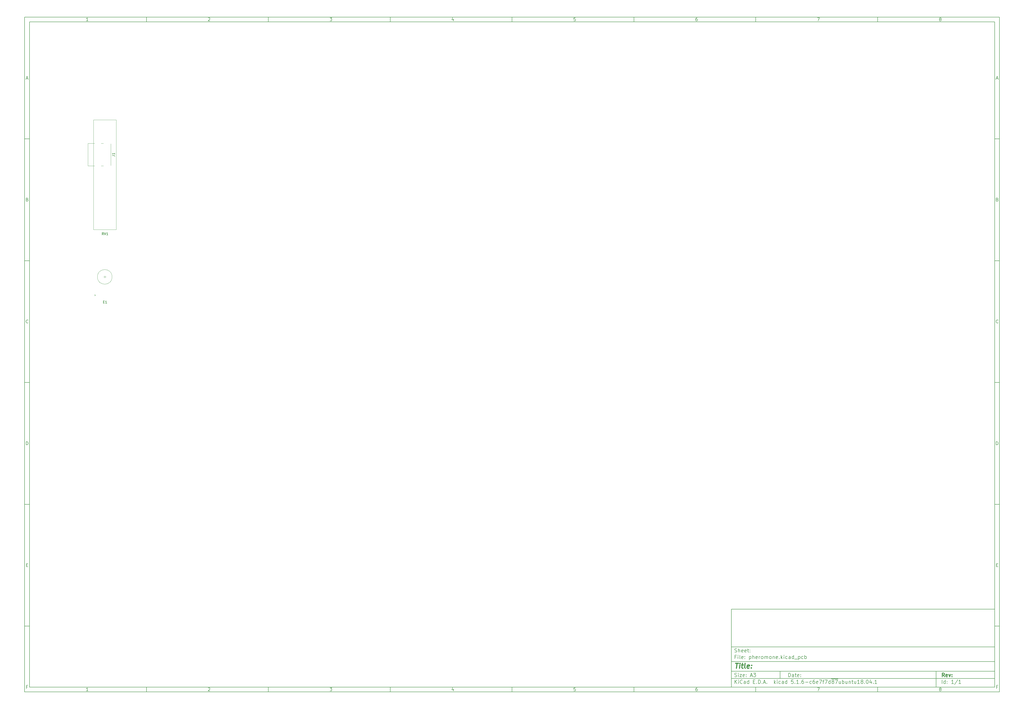
<source format=gto>
G04 #@! TF.GenerationSoftware,KiCad,Pcbnew,5.1.6-c6e7f7d~87~ubuntu18.04.1*
G04 #@! TF.CreationDate,2020-08-29T00:17:55+02:00*
G04 #@! TF.ProjectId,pheromone,70686572-6f6d-46f6-9e65-2e6b69636164,rev?*
G04 #@! TF.SameCoordinates,Original*
G04 #@! TF.FileFunction,Legend,Top*
G04 #@! TF.FilePolarity,Positive*
%FSLAX46Y46*%
G04 Gerber Fmt 4.6, Leading zero omitted, Abs format (unit mm)*
G04 Created by KiCad (PCBNEW 5.1.6-c6e7f7d~87~ubuntu18.04.1) date 2020-08-29 00:17:55*
%MOMM*%
%LPD*%
G01*
G04 APERTURE LIST*
%ADD10C,0.100000*%
%ADD11C,0.150000*%
%ADD12C,0.300000*%
%ADD13C,0.400000*%
%ADD14C,0.120000*%
G04 APERTURE END LIST*
D10*
D11*
X299989000Y-253002200D02*
X299989000Y-285002200D01*
X407989000Y-285002200D01*
X407989000Y-253002200D01*
X299989000Y-253002200D01*
D10*
D11*
X10000000Y-10000000D02*
X10000000Y-287002200D01*
X409989000Y-287002200D01*
X409989000Y-10000000D01*
X10000000Y-10000000D01*
D10*
D11*
X12000000Y-12000000D02*
X12000000Y-285002200D01*
X407989000Y-285002200D01*
X407989000Y-12000000D01*
X12000000Y-12000000D01*
D10*
D11*
X60000000Y-12000000D02*
X60000000Y-10000000D01*
D10*
D11*
X110000000Y-12000000D02*
X110000000Y-10000000D01*
D10*
D11*
X160000000Y-12000000D02*
X160000000Y-10000000D01*
D10*
D11*
X210000000Y-12000000D02*
X210000000Y-10000000D01*
D10*
D11*
X260000000Y-12000000D02*
X260000000Y-10000000D01*
D10*
D11*
X310000000Y-12000000D02*
X310000000Y-10000000D01*
D10*
D11*
X360000000Y-12000000D02*
X360000000Y-10000000D01*
D10*
D11*
X36065476Y-11588095D02*
X35322619Y-11588095D01*
X35694047Y-11588095D02*
X35694047Y-10288095D01*
X35570238Y-10473809D01*
X35446428Y-10597619D01*
X35322619Y-10659523D01*
D10*
D11*
X85322619Y-10411904D02*
X85384523Y-10350000D01*
X85508333Y-10288095D01*
X85817857Y-10288095D01*
X85941666Y-10350000D01*
X86003571Y-10411904D01*
X86065476Y-10535714D01*
X86065476Y-10659523D01*
X86003571Y-10845238D01*
X85260714Y-11588095D01*
X86065476Y-11588095D01*
D10*
D11*
X135260714Y-10288095D02*
X136065476Y-10288095D01*
X135632142Y-10783333D01*
X135817857Y-10783333D01*
X135941666Y-10845238D01*
X136003571Y-10907142D01*
X136065476Y-11030952D01*
X136065476Y-11340476D01*
X136003571Y-11464285D01*
X135941666Y-11526190D01*
X135817857Y-11588095D01*
X135446428Y-11588095D01*
X135322619Y-11526190D01*
X135260714Y-11464285D01*
D10*
D11*
X185941666Y-10721428D02*
X185941666Y-11588095D01*
X185632142Y-10226190D02*
X185322619Y-11154761D01*
X186127380Y-11154761D01*
D10*
D11*
X236003571Y-10288095D02*
X235384523Y-10288095D01*
X235322619Y-10907142D01*
X235384523Y-10845238D01*
X235508333Y-10783333D01*
X235817857Y-10783333D01*
X235941666Y-10845238D01*
X236003571Y-10907142D01*
X236065476Y-11030952D01*
X236065476Y-11340476D01*
X236003571Y-11464285D01*
X235941666Y-11526190D01*
X235817857Y-11588095D01*
X235508333Y-11588095D01*
X235384523Y-11526190D01*
X235322619Y-11464285D01*
D10*
D11*
X285941666Y-10288095D02*
X285694047Y-10288095D01*
X285570238Y-10350000D01*
X285508333Y-10411904D01*
X285384523Y-10597619D01*
X285322619Y-10845238D01*
X285322619Y-11340476D01*
X285384523Y-11464285D01*
X285446428Y-11526190D01*
X285570238Y-11588095D01*
X285817857Y-11588095D01*
X285941666Y-11526190D01*
X286003571Y-11464285D01*
X286065476Y-11340476D01*
X286065476Y-11030952D01*
X286003571Y-10907142D01*
X285941666Y-10845238D01*
X285817857Y-10783333D01*
X285570238Y-10783333D01*
X285446428Y-10845238D01*
X285384523Y-10907142D01*
X285322619Y-11030952D01*
D10*
D11*
X335260714Y-10288095D02*
X336127380Y-10288095D01*
X335570238Y-11588095D01*
D10*
D11*
X385570238Y-10845238D02*
X385446428Y-10783333D01*
X385384523Y-10721428D01*
X385322619Y-10597619D01*
X385322619Y-10535714D01*
X385384523Y-10411904D01*
X385446428Y-10350000D01*
X385570238Y-10288095D01*
X385817857Y-10288095D01*
X385941666Y-10350000D01*
X386003571Y-10411904D01*
X386065476Y-10535714D01*
X386065476Y-10597619D01*
X386003571Y-10721428D01*
X385941666Y-10783333D01*
X385817857Y-10845238D01*
X385570238Y-10845238D01*
X385446428Y-10907142D01*
X385384523Y-10969047D01*
X385322619Y-11092857D01*
X385322619Y-11340476D01*
X385384523Y-11464285D01*
X385446428Y-11526190D01*
X385570238Y-11588095D01*
X385817857Y-11588095D01*
X385941666Y-11526190D01*
X386003571Y-11464285D01*
X386065476Y-11340476D01*
X386065476Y-11092857D01*
X386003571Y-10969047D01*
X385941666Y-10907142D01*
X385817857Y-10845238D01*
D10*
D11*
X60000000Y-285002200D02*
X60000000Y-287002200D01*
D10*
D11*
X110000000Y-285002200D02*
X110000000Y-287002200D01*
D10*
D11*
X160000000Y-285002200D02*
X160000000Y-287002200D01*
D10*
D11*
X210000000Y-285002200D02*
X210000000Y-287002200D01*
D10*
D11*
X260000000Y-285002200D02*
X260000000Y-287002200D01*
D10*
D11*
X310000000Y-285002200D02*
X310000000Y-287002200D01*
D10*
D11*
X360000000Y-285002200D02*
X360000000Y-287002200D01*
D10*
D11*
X36065476Y-286590295D02*
X35322619Y-286590295D01*
X35694047Y-286590295D02*
X35694047Y-285290295D01*
X35570238Y-285476009D01*
X35446428Y-285599819D01*
X35322619Y-285661723D01*
D10*
D11*
X85322619Y-285414104D02*
X85384523Y-285352200D01*
X85508333Y-285290295D01*
X85817857Y-285290295D01*
X85941666Y-285352200D01*
X86003571Y-285414104D01*
X86065476Y-285537914D01*
X86065476Y-285661723D01*
X86003571Y-285847438D01*
X85260714Y-286590295D01*
X86065476Y-286590295D01*
D10*
D11*
X135260714Y-285290295D02*
X136065476Y-285290295D01*
X135632142Y-285785533D01*
X135817857Y-285785533D01*
X135941666Y-285847438D01*
X136003571Y-285909342D01*
X136065476Y-286033152D01*
X136065476Y-286342676D01*
X136003571Y-286466485D01*
X135941666Y-286528390D01*
X135817857Y-286590295D01*
X135446428Y-286590295D01*
X135322619Y-286528390D01*
X135260714Y-286466485D01*
D10*
D11*
X185941666Y-285723628D02*
X185941666Y-286590295D01*
X185632142Y-285228390D02*
X185322619Y-286156961D01*
X186127380Y-286156961D01*
D10*
D11*
X236003571Y-285290295D02*
X235384523Y-285290295D01*
X235322619Y-285909342D01*
X235384523Y-285847438D01*
X235508333Y-285785533D01*
X235817857Y-285785533D01*
X235941666Y-285847438D01*
X236003571Y-285909342D01*
X236065476Y-286033152D01*
X236065476Y-286342676D01*
X236003571Y-286466485D01*
X235941666Y-286528390D01*
X235817857Y-286590295D01*
X235508333Y-286590295D01*
X235384523Y-286528390D01*
X235322619Y-286466485D01*
D10*
D11*
X285941666Y-285290295D02*
X285694047Y-285290295D01*
X285570238Y-285352200D01*
X285508333Y-285414104D01*
X285384523Y-285599819D01*
X285322619Y-285847438D01*
X285322619Y-286342676D01*
X285384523Y-286466485D01*
X285446428Y-286528390D01*
X285570238Y-286590295D01*
X285817857Y-286590295D01*
X285941666Y-286528390D01*
X286003571Y-286466485D01*
X286065476Y-286342676D01*
X286065476Y-286033152D01*
X286003571Y-285909342D01*
X285941666Y-285847438D01*
X285817857Y-285785533D01*
X285570238Y-285785533D01*
X285446428Y-285847438D01*
X285384523Y-285909342D01*
X285322619Y-286033152D01*
D10*
D11*
X335260714Y-285290295D02*
X336127380Y-285290295D01*
X335570238Y-286590295D01*
D10*
D11*
X385570238Y-285847438D02*
X385446428Y-285785533D01*
X385384523Y-285723628D01*
X385322619Y-285599819D01*
X385322619Y-285537914D01*
X385384523Y-285414104D01*
X385446428Y-285352200D01*
X385570238Y-285290295D01*
X385817857Y-285290295D01*
X385941666Y-285352200D01*
X386003571Y-285414104D01*
X386065476Y-285537914D01*
X386065476Y-285599819D01*
X386003571Y-285723628D01*
X385941666Y-285785533D01*
X385817857Y-285847438D01*
X385570238Y-285847438D01*
X385446428Y-285909342D01*
X385384523Y-285971247D01*
X385322619Y-286095057D01*
X385322619Y-286342676D01*
X385384523Y-286466485D01*
X385446428Y-286528390D01*
X385570238Y-286590295D01*
X385817857Y-286590295D01*
X385941666Y-286528390D01*
X386003571Y-286466485D01*
X386065476Y-286342676D01*
X386065476Y-286095057D01*
X386003571Y-285971247D01*
X385941666Y-285909342D01*
X385817857Y-285847438D01*
D10*
D11*
X10000000Y-60000000D02*
X12000000Y-60000000D01*
D10*
D11*
X10000000Y-110000000D02*
X12000000Y-110000000D01*
D10*
D11*
X10000000Y-160000000D02*
X12000000Y-160000000D01*
D10*
D11*
X10000000Y-210000000D02*
X12000000Y-210000000D01*
D10*
D11*
X10000000Y-260000000D02*
X12000000Y-260000000D01*
D10*
D11*
X10690476Y-35216666D02*
X11309523Y-35216666D01*
X10566666Y-35588095D02*
X11000000Y-34288095D01*
X11433333Y-35588095D01*
D10*
D11*
X11092857Y-84907142D02*
X11278571Y-84969047D01*
X11340476Y-85030952D01*
X11402380Y-85154761D01*
X11402380Y-85340476D01*
X11340476Y-85464285D01*
X11278571Y-85526190D01*
X11154761Y-85588095D01*
X10659523Y-85588095D01*
X10659523Y-84288095D01*
X11092857Y-84288095D01*
X11216666Y-84350000D01*
X11278571Y-84411904D01*
X11340476Y-84535714D01*
X11340476Y-84659523D01*
X11278571Y-84783333D01*
X11216666Y-84845238D01*
X11092857Y-84907142D01*
X10659523Y-84907142D01*
D10*
D11*
X11402380Y-135464285D02*
X11340476Y-135526190D01*
X11154761Y-135588095D01*
X11030952Y-135588095D01*
X10845238Y-135526190D01*
X10721428Y-135402380D01*
X10659523Y-135278571D01*
X10597619Y-135030952D01*
X10597619Y-134845238D01*
X10659523Y-134597619D01*
X10721428Y-134473809D01*
X10845238Y-134350000D01*
X11030952Y-134288095D01*
X11154761Y-134288095D01*
X11340476Y-134350000D01*
X11402380Y-134411904D01*
D10*
D11*
X10659523Y-185588095D02*
X10659523Y-184288095D01*
X10969047Y-184288095D01*
X11154761Y-184350000D01*
X11278571Y-184473809D01*
X11340476Y-184597619D01*
X11402380Y-184845238D01*
X11402380Y-185030952D01*
X11340476Y-185278571D01*
X11278571Y-185402380D01*
X11154761Y-185526190D01*
X10969047Y-185588095D01*
X10659523Y-185588095D01*
D10*
D11*
X10721428Y-234907142D02*
X11154761Y-234907142D01*
X11340476Y-235588095D02*
X10721428Y-235588095D01*
X10721428Y-234288095D01*
X11340476Y-234288095D01*
D10*
D11*
X11185714Y-284907142D02*
X10752380Y-284907142D01*
X10752380Y-285588095D02*
X10752380Y-284288095D01*
X11371428Y-284288095D01*
D10*
D11*
X409989000Y-60000000D02*
X407989000Y-60000000D01*
D10*
D11*
X409989000Y-110000000D02*
X407989000Y-110000000D01*
D10*
D11*
X409989000Y-160000000D02*
X407989000Y-160000000D01*
D10*
D11*
X409989000Y-210000000D02*
X407989000Y-210000000D01*
D10*
D11*
X409989000Y-260000000D02*
X407989000Y-260000000D01*
D10*
D11*
X408679476Y-35216666D02*
X409298523Y-35216666D01*
X408555666Y-35588095D02*
X408989000Y-34288095D01*
X409422333Y-35588095D01*
D10*
D11*
X409081857Y-84907142D02*
X409267571Y-84969047D01*
X409329476Y-85030952D01*
X409391380Y-85154761D01*
X409391380Y-85340476D01*
X409329476Y-85464285D01*
X409267571Y-85526190D01*
X409143761Y-85588095D01*
X408648523Y-85588095D01*
X408648523Y-84288095D01*
X409081857Y-84288095D01*
X409205666Y-84350000D01*
X409267571Y-84411904D01*
X409329476Y-84535714D01*
X409329476Y-84659523D01*
X409267571Y-84783333D01*
X409205666Y-84845238D01*
X409081857Y-84907142D01*
X408648523Y-84907142D01*
D10*
D11*
X409391380Y-135464285D02*
X409329476Y-135526190D01*
X409143761Y-135588095D01*
X409019952Y-135588095D01*
X408834238Y-135526190D01*
X408710428Y-135402380D01*
X408648523Y-135278571D01*
X408586619Y-135030952D01*
X408586619Y-134845238D01*
X408648523Y-134597619D01*
X408710428Y-134473809D01*
X408834238Y-134350000D01*
X409019952Y-134288095D01*
X409143761Y-134288095D01*
X409329476Y-134350000D01*
X409391380Y-134411904D01*
D10*
D11*
X408648523Y-185588095D02*
X408648523Y-184288095D01*
X408958047Y-184288095D01*
X409143761Y-184350000D01*
X409267571Y-184473809D01*
X409329476Y-184597619D01*
X409391380Y-184845238D01*
X409391380Y-185030952D01*
X409329476Y-185278571D01*
X409267571Y-185402380D01*
X409143761Y-185526190D01*
X408958047Y-185588095D01*
X408648523Y-185588095D01*
D10*
D11*
X408710428Y-234907142D02*
X409143761Y-234907142D01*
X409329476Y-235588095D02*
X408710428Y-235588095D01*
X408710428Y-234288095D01*
X409329476Y-234288095D01*
D10*
D11*
X409174714Y-284907142D02*
X408741380Y-284907142D01*
X408741380Y-285588095D02*
X408741380Y-284288095D01*
X409360428Y-284288095D01*
D10*
D11*
X323421142Y-280780771D02*
X323421142Y-279280771D01*
X323778285Y-279280771D01*
X323992571Y-279352200D01*
X324135428Y-279495057D01*
X324206857Y-279637914D01*
X324278285Y-279923628D01*
X324278285Y-280137914D01*
X324206857Y-280423628D01*
X324135428Y-280566485D01*
X323992571Y-280709342D01*
X323778285Y-280780771D01*
X323421142Y-280780771D01*
X325564000Y-280780771D02*
X325564000Y-279995057D01*
X325492571Y-279852200D01*
X325349714Y-279780771D01*
X325064000Y-279780771D01*
X324921142Y-279852200D01*
X325564000Y-280709342D02*
X325421142Y-280780771D01*
X325064000Y-280780771D01*
X324921142Y-280709342D01*
X324849714Y-280566485D01*
X324849714Y-280423628D01*
X324921142Y-280280771D01*
X325064000Y-280209342D01*
X325421142Y-280209342D01*
X325564000Y-280137914D01*
X326064000Y-279780771D02*
X326635428Y-279780771D01*
X326278285Y-279280771D02*
X326278285Y-280566485D01*
X326349714Y-280709342D01*
X326492571Y-280780771D01*
X326635428Y-280780771D01*
X327706857Y-280709342D02*
X327564000Y-280780771D01*
X327278285Y-280780771D01*
X327135428Y-280709342D01*
X327064000Y-280566485D01*
X327064000Y-279995057D01*
X327135428Y-279852200D01*
X327278285Y-279780771D01*
X327564000Y-279780771D01*
X327706857Y-279852200D01*
X327778285Y-279995057D01*
X327778285Y-280137914D01*
X327064000Y-280280771D01*
X328421142Y-280637914D02*
X328492571Y-280709342D01*
X328421142Y-280780771D01*
X328349714Y-280709342D01*
X328421142Y-280637914D01*
X328421142Y-280780771D01*
X328421142Y-279852200D02*
X328492571Y-279923628D01*
X328421142Y-279995057D01*
X328349714Y-279923628D01*
X328421142Y-279852200D01*
X328421142Y-279995057D01*
D10*
D11*
X299989000Y-281502200D02*
X407989000Y-281502200D01*
D10*
D11*
X301421142Y-283580771D02*
X301421142Y-282080771D01*
X302278285Y-283580771D02*
X301635428Y-282723628D01*
X302278285Y-282080771D02*
X301421142Y-282937914D01*
X302921142Y-283580771D02*
X302921142Y-282580771D01*
X302921142Y-282080771D02*
X302849714Y-282152200D01*
X302921142Y-282223628D01*
X302992571Y-282152200D01*
X302921142Y-282080771D01*
X302921142Y-282223628D01*
X304492571Y-283437914D02*
X304421142Y-283509342D01*
X304206857Y-283580771D01*
X304064000Y-283580771D01*
X303849714Y-283509342D01*
X303706857Y-283366485D01*
X303635428Y-283223628D01*
X303564000Y-282937914D01*
X303564000Y-282723628D01*
X303635428Y-282437914D01*
X303706857Y-282295057D01*
X303849714Y-282152200D01*
X304064000Y-282080771D01*
X304206857Y-282080771D01*
X304421142Y-282152200D01*
X304492571Y-282223628D01*
X305778285Y-283580771D02*
X305778285Y-282795057D01*
X305706857Y-282652200D01*
X305564000Y-282580771D01*
X305278285Y-282580771D01*
X305135428Y-282652200D01*
X305778285Y-283509342D02*
X305635428Y-283580771D01*
X305278285Y-283580771D01*
X305135428Y-283509342D01*
X305064000Y-283366485D01*
X305064000Y-283223628D01*
X305135428Y-283080771D01*
X305278285Y-283009342D01*
X305635428Y-283009342D01*
X305778285Y-282937914D01*
X307135428Y-283580771D02*
X307135428Y-282080771D01*
X307135428Y-283509342D02*
X306992571Y-283580771D01*
X306706857Y-283580771D01*
X306564000Y-283509342D01*
X306492571Y-283437914D01*
X306421142Y-283295057D01*
X306421142Y-282866485D01*
X306492571Y-282723628D01*
X306564000Y-282652200D01*
X306706857Y-282580771D01*
X306992571Y-282580771D01*
X307135428Y-282652200D01*
X308992571Y-282795057D02*
X309492571Y-282795057D01*
X309706857Y-283580771D02*
X308992571Y-283580771D01*
X308992571Y-282080771D01*
X309706857Y-282080771D01*
X310349714Y-283437914D02*
X310421142Y-283509342D01*
X310349714Y-283580771D01*
X310278285Y-283509342D01*
X310349714Y-283437914D01*
X310349714Y-283580771D01*
X311064000Y-283580771D02*
X311064000Y-282080771D01*
X311421142Y-282080771D01*
X311635428Y-282152200D01*
X311778285Y-282295057D01*
X311849714Y-282437914D01*
X311921142Y-282723628D01*
X311921142Y-282937914D01*
X311849714Y-283223628D01*
X311778285Y-283366485D01*
X311635428Y-283509342D01*
X311421142Y-283580771D01*
X311064000Y-283580771D01*
X312564000Y-283437914D02*
X312635428Y-283509342D01*
X312564000Y-283580771D01*
X312492571Y-283509342D01*
X312564000Y-283437914D01*
X312564000Y-283580771D01*
X313206857Y-283152200D02*
X313921142Y-283152200D01*
X313064000Y-283580771D02*
X313564000Y-282080771D01*
X314064000Y-283580771D01*
X314564000Y-283437914D02*
X314635428Y-283509342D01*
X314564000Y-283580771D01*
X314492571Y-283509342D01*
X314564000Y-283437914D01*
X314564000Y-283580771D01*
X317564000Y-283580771D02*
X317564000Y-282080771D01*
X317706857Y-283009342D02*
X318135428Y-283580771D01*
X318135428Y-282580771D02*
X317564000Y-283152200D01*
X318778285Y-283580771D02*
X318778285Y-282580771D01*
X318778285Y-282080771D02*
X318706857Y-282152200D01*
X318778285Y-282223628D01*
X318849714Y-282152200D01*
X318778285Y-282080771D01*
X318778285Y-282223628D01*
X320135428Y-283509342D02*
X319992571Y-283580771D01*
X319706857Y-283580771D01*
X319564000Y-283509342D01*
X319492571Y-283437914D01*
X319421142Y-283295057D01*
X319421142Y-282866485D01*
X319492571Y-282723628D01*
X319564000Y-282652200D01*
X319706857Y-282580771D01*
X319992571Y-282580771D01*
X320135428Y-282652200D01*
X321421142Y-283580771D02*
X321421142Y-282795057D01*
X321349714Y-282652200D01*
X321206857Y-282580771D01*
X320921142Y-282580771D01*
X320778285Y-282652200D01*
X321421142Y-283509342D02*
X321278285Y-283580771D01*
X320921142Y-283580771D01*
X320778285Y-283509342D01*
X320706857Y-283366485D01*
X320706857Y-283223628D01*
X320778285Y-283080771D01*
X320921142Y-283009342D01*
X321278285Y-283009342D01*
X321421142Y-282937914D01*
X322778285Y-283580771D02*
X322778285Y-282080771D01*
X322778285Y-283509342D02*
X322635428Y-283580771D01*
X322349714Y-283580771D01*
X322206857Y-283509342D01*
X322135428Y-283437914D01*
X322064000Y-283295057D01*
X322064000Y-282866485D01*
X322135428Y-282723628D01*
X322206857Y-282652200D01*
X322349714Y-282580771D01*
X322635428Y-282580771D01*
X322778285Y-282652200D01*
X325349714Y-282080771D02*
X324635428Y-282080771D01*
X324564000Y-282795057D01*
X324635428Y-282723628D01*
X324778285Y-282652200D01*
X325135428Y-282652200D01*
X325278285Y-282723628D01*
X325349714Y-282795057D01*
X325421142Y-282937914D01*
X325421142Y-283295057D01*
X325349714Y-283437914D01*
X325278285Y-283509342D01*
X325135428Y-283580771D01*
X324778285Y-283580771D01*
X324635428Y-283509342D01*
X324564000Y-283437914D01*
X326064000Y-283437914D02*
X326135428Y-283509342D01*
X326064000Y-283580771D01*
X325992571Y-283509342D01*
X326064000Y-283437914D01*
X326064000Y-283580771D01*
X327564000Y-283580771D02*
X326706857Y-283580771D01*
X327135428Y-283580771D02*
X327135428Y-282080771D01*
X326992571Y-282295057D01*
X326849714Y-282437914D01*
X326706857Y-282509342D01*
X328206857Y-283437914D02*
X328278285Y-283509342D01*
X328206857Y-283580771D01*
X328135428Y-283509342D01*
X328206857Y-283437914D01*
X328206857Y-283580771D01*
X329564000Y-282080771D02*
X329278285Y-282080771D01*
X329135428Y-282152200D01*
X329064000Y-282223628D01*
X328921142Y-282437914D01*
X328849714Y-282723628D01*
X328849714Y-283295057D01*
X328921142Y-283437914D01*
X328992571Y-283509342D01*
X329135428Y-283580771D01*
X329421142Y-283580771D01*
X329564000Y-283509342D01*
X329635428Y-283437914D01*
X329706857Y-283295057D01*
X329706857Y-282937914D01*
X329635428Y-282795057D01*
X329564000Y-282723628D01*
X329421142Y-282652200D01*
X329135428Y-282652200D01*
X328992571Y-282723628D01*
X328921142Y-282795057D01*
X328849714Y-282937914D01*
X330349714Y-283009342D02*
X331492571Y-283009342D01*
X332849714Y-283509342D02*
X332706857Y-283580771D01*
X332421142Y-283580771D01*
X332278285Y-283509342D01*
X332206857Y-283437914D01*
X332135428Y-283295057D01*
X332135428Y-282866485D01*
X332206857Y-282723628D01*
X332278285Y-282652200D01*
X332421142Y-282580771D01*
X332706857Y-282580771D01*
X332849714Y-282652200D01*
X334135428Y-282080771D02*
X333849714Y-282080771D01*
X333706857Y-282152200D01*
X333635428Y-282223628D01*
X333492571Y-282437914D01*
X333421142Y-282723628D01*
X333421142Y-283295057D01*
X333492571Y-283437914D01*
X333564000Y-283509342D01*
X333706857Y-283580771D01*
X333992571Y-283580771D01*
X334135428Y-283509342D01*
X334206857Y-283437914D01*
X334278285Y-283295057D01*
X334278285Y-282937914D01*
X334206857Y-282795057D01*
X334135428Y-282723628D01*
X333992571Y-282652200D01*
X333706857Y-282652200D01*
X333564000Y-282723628D01*
X333492571Y-282795057D01*
X333421142Y-282937914D01*
X335492571Y-283509342D02*
X335349714Y-283580771D01*
X335064000Y-283580771D01*
X334921142Y-283509342D01*
X334849714Y-283366485D01*
X334849714Y-282795057D01*
X334921142Y-282652200D01*
X335064000Y-282580771D01*
X335349714Y-282580771D01*
X335492571Y-282652200D01*
X335564000Y-282795057D01*
X335564000Y-282937914D01*
X334849714Y-283080771D01*
X336064000Y-282080771D02*
X337064000Y-282080771D01*
X336421142Y-283580771D01*
X337421142Y-282580771D02*
X337992571Y-282580771D01*
X337635428Y-283580771D02*
X337635428Y-282295057D01*
X337706857Y-282152200D01*
X337849714Y-282080771D01*
X337992571Y-282080771D01*
X338349714Y-282080771D02*
X339349714Y-282080771D01*
X338706857Y-283580771D01*
X340564000Y-283580771D02*
X340564000Y-282080771D01*
X340564000Y-283509342D02*
X340421142Y-283580771D01*
X340135428Y-283580771D01*
X339992571Y-283509342D01*
X339921142Y-283437914D01*
X339849714Y-283295057D01*
X339849714Y-282866485D01*
X339921142Y-282723628D01*
X339992571Y-282652200D01*
X340135428Y-282580771D01*
X340421142Y-282580771D01*
X340564000Y-282652200D01*
X340921142Y-281672200D02*
X342349714Y-281672200D01*
X341492571Y-282723628D02*
X341349714Y-282652200D01*
X341278285Y-282580771D01*
X341206857Y-282437914D01*
X341206857Y-282366485D01*
X341278285Y-282223628D01*
X341349714Y-282152200D01*
X341492571Y-282080771D01*
X341778285Y-282080771D01*
X341921142Y-282152200D01*
X341992571Y-282223628D01*
X342064000Y-282366485D01*
X342064000Y-282437914D01*
X341992571Y-282580771D01*
X341921142Y-282652200D01*
X341778285Y-282723628D01*
X341492571Y-282723628D01*
X341349714Y-282795057D01*
X341278285Y-282866485D01*
X341206857Y-283009342D01*
X341206857Y-283295057D01*
X341278285Y-283437914D01*
X341349714Y-283509342D01*
X341492571Y-283580771D01*
X341778285Y-283580771D01*
X341921142Y-283509342D01*
X341992571Y-283437914D01*
X342064000Y-283295057D01*
X342064000Y-283009342D01*
X341992571Y-282866485D01*
X341921142Y-282795057D01*
X341778285Y-282723628D01*
X342349714Y-281672200D02*
X343778285Y-281672200D01*
X342564000Y-282080771D02*
X343564000Y-282080771D01*
X342921142Y-283580771D01*
X344778285Y-282580771D02*
X344778285Y-283580771D01*
X344135428Y-282580771D02*
X344135428Y-283366485D01*
X344206857Y-283509342D01*
X344349714Y-283580771D01*
X344564000Y-283580771D01*
X344706857Y-283509342D01*
X344778285Y-283437914D01*
X345492571Y-283580771D02*
X345492571Y-282080771D01*
X345492571Y-282652200D02*
X345635428Y-282580771D01*
X345921142Y-282580771D01*
X346064000Y-282652200D01*
X346135428Y-282723628D01*
X346206857Y-282866485D01*
X346206857Y-283295057D01*
X346135428Y-283437914D01*
X346064000Y-283509342D01*
X345921142Y-283580771D01*
X345635428Y-283580771D01*
X345492571Y-283509342D01*
X347492571Y-282580771D02*
X347492571Y-283580771D01*
X346849714Y-282580771D02*
X346849714Y-283366485D01*
X346921142Y-283509342D01*
X347064000Y-283580771D01*
X347278285Y-283580771D01*
X347421142Y-283509342D01*
X347492571Y-283437914D01*
X348206857Y-282580771D02*
X348206857Y-283580771D01*
X348206857Y-282723628D02*
X348278285Y-282652200D01*
X348421142Y-282580771D01*
X348635428Y-282580771D01*
X348778285Y-282652200D01*
X348849714Y-282795057D01*
X348849714Y-283580771D01*
X349349714Y-282580771D02*
X349921142Y-282580771D01*
X349564000Y-282080771D02*
X349564000Y-283366485D01*
X349635428Y-283509342D01*
X349778285Y-283580771D01*
X349921142Y-283580771D01*
X351064000Y-282580771D02*
X351064000Y-283580771D01*
X350421142Y-282580771D02*
X350421142Y-283366485D01*
X350492571Y-283509342D01*
X350635428Y-283580771D01*
X350849714Y-283580771D01*
X350992571Y-283509342D01*
X351064000Y-283437914D01*
X352564000Y-283580771D02*
X351706857Y-283580771D01*
X352135428Y-283580771D02*
X352135428Y-282080771D01*
X351992571Y-282295057D01*
X351849714Y-282437914D01*
X351706857Y-282509342D01*
X353421142Y-282723628D02*
X353278285Y-282652200D01*
X353206857Y-282580771D01*
X353135428Y-282437914D01*
X353135428Y-282366485D01*
X353206857Y-282223628D01*
X353278285Y-282152200D01*
X353421142Y-282080771D01*
X353706857Y-282080771D01*
X353849714Y-282152200D01*
X353921142Y-282223628D01*
X353992571Y-282366485D01*
X353992571Y-282437914D01*
X353921142Y-282580771D01*
X353849714Y-282652200D01*
X353706857Y-282723628D01*
X353421142Y-282723628D01*
X353278285Y-282795057D01*
X353206857Y-282866485D01*
X353135428Y-283009342D01*
X353135428Y-283295057D01*
X353206857Y-283437914D01*
X353278285Y-283509342D01*
X353421142Y-283580771D01*
X353706857Y-283580771D01*
X353849714Y-283509342D01*
X353921142Y-283437914D01*
X353992571Y-283295057D01*
X353992571Y-283009342D01*
X353921142Y-282866485D01*
X353849714Y-282795057D01*
X353706857Y-282723628D01*
X354635428Y-283437914D02*
X354706857Y-283509342D01*
X354635428Y-283580771D01*
X354564000Y-283509342D01*
X354635428Y-283437914D01*
X354635428Y-283580771D01*
X355635428Y-282080771D02*
X355778285Y-282080771D01*
X355921142Y-282152200D01*
X355992571Y-282223628D01*
X356064000Y-282366485D01*
X356135428Y-282652200D01*
X356135428Y-283009342D01*
X356064000Y-283295057D01*
X355992571Y-283437914D01*
X355921142Y-283509342D01*
X355778285Y-283580771D01*
X355635428Y-283580771D01*
X355492571Y-283509342D01*
X355421142Y-283437914D01*
X355349714Y-283295057D01*
X355278285Y-283009342D01*
X355278285Y-282652200D01*
X355349714Y-282366485D01*
X355421142Y-282223628D01*
X355492571Y-282152200D01*
X355635428Y-282080771D01*
X357421142Y-282580771D02*
X357421142Y-283580771D01*
X357064000Y-282009342D02*
X356706857Y-283080771D01*
X357635428Y-283080771D01*
X358206857Y-283437914D02*
X358278285Y-283509342D01*
X358206857Y-283580771D01*
X358135428Y-283509342D01*
X358206857Y-283437914D01*
X358206857Y-283580771D01*
X359706857Y-283580771D02*
X358849714Y-283580771D01*
X359278285Y-283580771D02*
X359278285Y-282080771D01*
X359135428Y-282295057D01*
X358992571Y-282437914D01*
X358849714Y-282509342D01*
D10*
D11*
X299989000Y-278502200D02*
X407989000Y-278502200D01*
D10*
D12*
X387398285Y-280780771D02*
X386898285Y-280066485D01*
X386541142Y-280780771D02*
X386541142Y-279280771D01*
X387112571Y-279280771D01*
X387255428Y-279352200D01*
X387326857Y-279423628D01*
X387398285Y-279566485D01*
X387398285Y-279780771D01*
X387326857Y-279923628D01*
X387255428Y-279995057D01*
X387112571Y-280066485D01*
X386541142Y-280066485D01*
X388612571Y-280709342D02*
X388469714Y-280780771D01*
X388184000Y-280780771D01*
X388041142Y-280709342D01*
X387969714Y-280566485D01*
X387969714Y-279995057D01*
X388041142Y-279852200D01*
X388184000Y-279780771D01*
X388469714Y-279780771D01*
X388612571Y-279852200D01*
X388684000Y-279995057D01*
X388684000Y-280137914D01*
X387969714Y-280280771D01*
X389184000Y-279780771D02*
X389541142Y-280780771D01*
X389898285Y-279780771D01*
X390469714Y-280637914D02*
X390541142Y-280709342D01*
X390469714Y-280780771D01*
X390398285Y-280709342D01*
X390469714Y-280637914D01*
X390469714Y-280780771D01*
X390469714Y-279852200D02*
X390541142Y-279923628D01*
X390469714Y-279995057D01*
X390398285Y-279923628D01*
X390469714Y-279852200D01*
X390469714Y-279995057D01*
D10*
D11*
X301349714Y-280709342D02*
X301564000Y-280780771D01*
X301921142Y-280780771D01*
X302064000Y-280709342D01*
X302135428Y-280637914D01*
X302206857Y-280495057D01*
X302206857Y-280352200D01*
X302135428Y-280209342D01*
X302064000Y-280137914D01*
X301921142Y-280066485D01*
X301635428Y-279995057D01*
X301492571Y-279923628D01*
X301421142Y-279852200D01*
X301349714Y-279709342D01*
X301349714Y-279566485D01*
X301421142Y-279423628D01*
X301492571Y-279352200D01*
X301635428Y-279280771D01*
X301992571Y-279280771D01*
X302206857Y-279352200D01*
X302849714Y-280780771D02*
X302849714Y-279780771D01*
X302849714Y-279280771D02*
X302778285Y-279352200D01*
X302849714Y-279423628D01*
X302921142Y-279352200D01*
X302849714Y-279280771D01*
X302849714Y-279423628D01*
X303421142Y-279780771D02*
X304206857Y-279780771D01*
X303421142Y-280780771D01*
X304206857Y-280780771D01*
X305349714Y-280709342D02*
X305206857Y-280780771D01*
X304921142Y-280780771D01*
X304778285Y-280709342D01*
X304706857Y-280566485D01*
X304706857Y-279995057D01*
X304778285Y-279852200D01*
X304921142Y-279780771D01*
X305206857Y-279780771D01*
X305349714Y-279852200D01*
X305421142Y-279995057D01*
X305421142Y-280137914D01*
X304706857Y-280280771D01*
X306064000Y-280637914D02*
X306135428Y-280709342D01*
X306064000Y-280780771D01*
X305992571Y-280709342D01*
X306064000Y-280637914D01*
X306064000Y-280780771D01*
X306064000Y-279852200D02*
X306135428Y-279923628D01*
X306064000Y-279995057D01*
X305992571Y-279923628D01*
X306064000Y-279852200D01*
X306064000Y-279995057D01*
X307849714Y-280352200D02*
X308564000Y-280352200D01*
X307706857Y-280780771D02*
X308206857Y-279280771D01*
X308706857Y-280780771D01*
X309064000Y-279280771D02*
X309992571Y-279280771D01*
X309492571Y-279852200D01*
X309706857Y-279852200D01*
X309849714Y-279923628D01*
X309921142Y-279995057D01*
X309992571Y-280137914D01*
X309992571Y-280495057D01*
X309921142Y-280637914D01*
X309849714Y-280709342D01*
X309706857Y-280780771D01*
X309278285Y-280780771D01*
X309135428Y-280709342D01*
X309064000Y-280637914D01*
D10*
D11*
X386421142Y-283580771D02*
X386421142Y-282080771D01*
X387778285Y-283580771D02*
X387778285Y-282080771D01*
X387778285Y-283509342D02*
X387635428Y-283580771D01*
X387349714Y-283580771D01*
X387206857Y-283509342D01*
X387135428Y-283437914D01*
X387064000Y-283295057D01*
X387064000Y-282866485D01*
X387135428Y-282723628D01*
X387206857Y-282652200D01*
X387349714Y-282580771D01*
X387635428Y-282580771D01*
X387778285Y-282652200D01*
X388492571Y-283437914D02*
X388564000Y-283509342D01*
X388492571Y-283580771D01*
X388421142Y-283509342D01*
X388492571Y-283437914D01*
X388492571Y-283580771D01*
X388492571Y-282652200D02*
X388564000Y-282723628D01*
X388492571Y-282795057D01*
X388421142Y-282723628D01*
X388492571Y-282652200D01*
X388492571Y-282795057D01*
X391135428Y-283580771D02*
X390278285Y-283580771D01*
X390706857Y-283580771D02*
X390706857Y-282080771D01*
X390564000Y-282295057D01*
X390421142Y-282437914D01*
X390278285Y-282509342D01*
X392849714Y-282009342D02*
X391564000Y-283937914D01*
X394135428Y-283580771D02*
X393278285Y-283580771D01*
X393706857Y-283580771D02*
X393706857Y-282080771D01*
X393564000Y-282295057D01*
X393421142Y-282437914D01*
X393278285Y-282509342D01*
D10*
D11*
X299989000Y-274502200D02*
X407989000Y-274502200D01*
D10*
D13*
X301701380Y-275206961D02*
X302844238Y-275206961D01*
X302022809Y-277206961D02*
X302272809Y-275206961D01*
X303260904Y-277206961D02*
X303427571Y-275873628D01*
X303510904Y-275206961D02*
X303403761Y-275302200D01*
X303487095Y-275397438D01*
X303594238Y-275302200D01*
X303510904Y-275206961D01*
X303487095Y-275397438D01*
X304094238Y-275873628D02*
X304856142Y-275873628D01*
X304463285Y-275206961D02*
X304249000Y-276921247D01*
X304320428Y-277111723D01*
X304499000Y-277206961D01*
X304689476Y-277206961D01*
X305641857Y-277206961D02*
X305463285Y-277111723D01*
X305391857Y-276921247D01*
X305606142Y-275206961D01*
X307177571Y-277111723D02*
X306975190Y-277206961D01*
X306594238Y-277206961D01*
X306415666Y-277111723D01*
X306344238Y-276921247D01*
X306439476Y-276159342D01*
X306558523Y-275968866D01*
X306760904Y-275873628D01*
X307141857Y-275873628D01*
X307320428Y-275968866D01*
X307391857Y-276159342D01*
X307368047Y-276349819D01*
X306391857Y-276540295D01*
X308141857Y-277016485D02*
X308225190Y-277111723D01*
X308118047Y-277206961D01*
X308034714Y-277111723D01*
X308141857Y-277016485D01*
X308118047Y-277206961D01*
X308272809Y-275968866D02*
X308356142Y-276064104D01*
X308249000Y-276159342D01*
X308165666Y-276064104D01*
X308272809Y-275968866D01*
X308249000Y-276159342D01*
D10*
D11*
X301921142Y-272595057D02*
X301421142Y-272595057D01*
X301421142Y-273380771D02*
X301421142Y-271880771D01*
X302135428Y-271880771D01*
X302706857Y-273380771D02*
X302706857Y-272380771D01*
X302706857Y-271880771D02*
X302635428Y-271952200D01*
X302706857Y-272023628D01*
X302778285Y-271952200D01*
X302706857Y-271880771D01*
X302706857Y-272023628D01*
X303635428Y-273380771D02*
X303492571Y-273309342D01*
X303421142Y-273166485D01*
X303421142Y-271880771D01*
X304778285Y-273309342D02*
X304635428Y-273380771D01*
X304349714Y-273380771D01*
X304206857Y-273309342D01*
X304135428Y-273166485D01*
X304135428Y-272595057D01*
X304206857Y-272452200D01*
X304349714Y-272380771D01*
X304635428Y-272380771D01*
X304778285Y-272452200D01*
X304849714Y-272595057D01*
X304849714Y-272737914D01*
X304135428Y-272880771D01*
X305492571Y-273237914D02*
X305564000Y-273309342D01*
X305492571Y-273380771D01*
X305421142Y-273309342D01*
X305492571Y-273237914D01*
X305492571Y-273380771D01*
X305492571Y-272452200D02*
X305564000Y-272523628D01*
X305492571Y-272595057D01*
X305421142Y-272523628D01*
X305492571Y-272452200D01*
X305492571Y-272595057D01*
X307349714Y-272380771D02*
X307349714Y-273880771D01*
X307349714Y-272452200D02*
X307492571Y-272380771D01*
X307778285Y-272380771D01*
X307921142Y-272452200D01*
X307992571Y-272523628D01*
X308064000Y-272666485D01*
X308064000Y-273095057D01*
X307992571Y-273237914D01*
X307921142Y-273309342D01*
X307778285Y-273380771D01*
X307492571Y-273380771D01*
X307349714Y-273309342D01*
X308706857Y-273380771D02*
X308706857Y-271880771D01*
X309349714Y-273380771D02*
X309349714Y-272595057D01*
X309278285Y-272452200D01*
X309135428Y-272380771D01*
X308921142Y-272380771D01*
X308778285Y-272452200D01*
X308706857Y-272523628D01*
X310635428Y-273309342D02*
X310492571Y-273380771D01*
X310206857Y-273380771D01*
X310064000Y-273309342D01*
X309992571Y-273166485D01*
X309992571Y-272595057D01*
X310064000Y-272452200D01*
X310206857Y-272380771D01*
X310492571Y-272380771D01*
X310635428Y-272452200D01*
X310706857Y-272595057D01*
X310706857Y-272737914D01*
X309992571Y-272880771D01*
X311349714Y-273380771D02*
X311349714Y-272380771D01*
X311349714Y-272666485D02*
X311421142Y-272523628D01*
X311492571Y-272452200D01*
X311635428Y-272380771D01*
X311778285Y-272380771D01*
X312492571Y-273380771D02*
X312349714Y-273309342D01*
X312278285Y-273237914D01*
X312206857Y-273095057D01*
X312206857Y-272666485D01*
X312278285Y-272523628D01*
X312349714Y-272452200D01*
X312492571Y-272380771D01*
X312706857Y-272380771D01*
X312849714Y-272452200D01*
X312921142Y-272523628D01*
X312992571Y-272666485D01*
X312992571Y-273095057D01*
X312921142Y-273237914D01*
X312849714Y-273309342D01*
X312706857Y-273380771D01*
X312492571Y-273380771D01*
X313635428Y-273380771D02*
X313635428Y-272380771D01*
X313635428Y-272523628D02*
X313706857Y-272452200D01*
X313849714Y-272380771D01*
X314064000Y-272380771D01*
X314206857Y-272452200D01*
X314278285Y-272595057D01*
X314278285Y-273380771D01*
X314278285Y-272595057D02*
X314349714Y-272452200D01*
X314492571Y-272380771D01*
X314706857Y-272380771D01*
X314849714Y-272452200D01*
X314921142Y-272595057D01*
X314921142Y-273380771D01*
X315849714Y-273380771D02*
X315706857Y-273309342D01*
X315635428Y-273237914D01*
X315564000Y-273095057D01*
X315564000Y-272666485D01*
X315635428Y-272523628D01*
X315706857Y-272452200D01*
X315849714Y-272380771D01*
X316064000Y-272380771D01*
X316206857Y-272452200D01*
X316278285Y-272523628D01*
X316349714Y-272666485D01*
X316349714Y-273095057D01*
X316278285Y-273237914D01*
X316206857Y-273309342D01*
X316064000Y-273380771D01*
X315849714Y-273380771D01*
X316992571Y-272380771D02*
X316992571Y-273380771D01*
X316992571Y-272523628D02*
X317064000Y-272452200D01*
X317206857Y-272380771D01*
X317421142Y-272380771D01*
X317564000Y-272452200D01*
X317635428Y-272595057D01*
X317635428Y-273380771D01*
X318921142Y-273309342D02*
X318778285Y-273380771D01*
X318492571Y-273380771D01*
X318349714Y-273309342D01*
X318278285Y-273166485D01*
X318278285Y-272595057D01*
X318349714Y-272452200D01*
X318492571Y-272380771D01*
X318778285Y-272380771D01*
X318921142Y-272452200D01*
X318992571Y-272595057D01*
X318992571Y-272737914D01*
X318278285Y-272880771D01*
X319635428Y-273237914D02*
X319706857Y-273309342D01*
X319635428Y-273380771D01*
X319564000Y-273309342D01*
X319635428Y-273237914D01*
X319635428Y-273380771D01*
X320349714Y-273380771D02*
X320349714Y-271880771D01*
X320492571Y-272809342D02*
X320921142Y-273380771D01*
X320921142Y-272380771D02*
X320349714Y-272952200D01*
X321564000Y-273380771D02*
X321564000Y-272380771D01*
X321564000Y-271880771D02*
X321492571Y-271952200D01*
X321564000Y-272023628D01*
X321635428Y-271952200D01*
X321564000Y-271880771D01*
X321564000Y-272023628D01*
X322921142Y-273309342D02*
X322778285Y-273380771D01*
X322492571Y-273380771D01*
X322349714Y-273309342D01*
X322278285Y-273237914D01*
X322206857Y-273095057D01*
X322206857Y-272666485D01*
X322278285Y-272523628D01*
X322349714Y-272452200D01*
X322492571Y-272380771D01*
X322778285Y-272380771D01*
X322921142Y-272452200D01*
X324206857Y-273380771D02*
X324206857Y-272595057D01*
X324135428Y-272452200D01*
X323992571Y-272380771D01*
X323706857Y-272380771D01*
X323564000Y-272452200D01*
X324206857Y-273309342D02*
X324064000Y-273380771D01*
X323706857Y-273380771D01*
X323564000Y-273309342D01*
X323492571Y-273166485D01*
X323492571Y-273023628D01*
X323564000Y-272880771D01*
X323706857Y-272809342D01*
X324064000Y-272809342D01*
X324206857Y-272737914D01*
X325564000Y-273380771D02*
X325564000Y-271880771D01*
X325564000Y-273309342D02*
X325421142Y-273380771D01*
X325135428Y-273380771D01*
X324992571Y-273309342D01*
X324921142Y-273237914D01*
X324849714Y-273095057D01*
X324849714Y-272666485D01*
X324921142Y-272523628D01*
X324992571Y-272452200D01*
X325135428Y-272380771D01*
X325421142Y-272380771D01*
X325564000Y-272452200D01*
X325921142Y-273523628D02*
X327064000Y-273523628D01*
X327421142Y-272380771D02*
X327421142Y-273880771D01*
X327421142Y-272452200D02*
X327564000Y-272380771D01*
X327849714Y-272380771D01*
X327992571Y-272452200D01*
X328064000Y-272523628D01*
X328135428Y-272666485D01*
X328135428Y-273095057D01*
X328064000Y-273237914D01*
X327992571Y-273309342D01*
X327849714Y-273380771D01*
X327564000Y-273380771D01*
X327421142Y-273309342D01*
X329421142Y-273309342D02*
X329278285Y-273380771D01*
X328992571Y-273380771D01*
X328849714Y-273309342D01*
X328778285Y-273237914D01*
X328706857Y-273095057D01*
X328706857Y-272666485D01*
X328778285Y-272523628D01*
X328849714Y-272452200D01*
X328992571Y-272380771D01*
X329278285Y-272380771D01*
X329421142Y-272452200D01*
X330064000Y-273380771D02*
X330064000Y-271880771D01*
X330064000Y-272452200D02*
X330206857Y-272380771D01*
X330492571Y-272380771D01*
X330635428Y-272452200D01*
X330706857Y-272523628D01*
X330778285Y-272666485D01*
X330778285Y-273095057D01*
X330706857Y-273237914D01*
X330635428Y-273309342D01*
X330492571Y-273380771D01*
X330206857Y-273380771D01*
X330064000Y-273309342D01*
D10*
D11*
X299989000Y-268502200D02*
X407989000Y-268502200D01*
D10*
D11*
X301349714Y-270609342D02*
X301564000Y-270680771D01*
X301921142Y-270680771D01*
X302064000Y-270609342D01*
X302135428Y-270537914D01*
X302206857Y-270395057D01*
X302206857Y-270252200D01*
X302135428Y-270109342D01*
X302064000Y-270037914D01*
X301921142Y-269966485D01*
X301635428Y-269895057D01*
X301492571Y-269823628D01*
X301421142Y-269752200D01*
X301349714Y-269609342D01*
X301349714Y-269466485D01*
X301421142Y-269323628D01*
X301492571Y-269252200D01*
X301635428Y-269180771D01*
X301992571Y-269180771D01*
X302206857Y-269252200D01*
X302849714Y-270680771D02*
X302849714Y-269180771D01*
X303492571Y-270680771D02*
X303492571Y-269895057D01*
X303421142Y-269752200D01*
X303278285Y-269680771D01*
X303064000Y-269680771D01*
X302921142Y-269752200D01*
X302849714Y-269823628D01*
X304778285Y-270609342D02*
X304635428Y-270680771D01*
X304349714Y-270680771D01*
X304206857Y-270609342D01*
X304135428Y-270466485D01*
X304135428Y-269895057D01*
X304206857Y-269752200D01*
X304349714Y-269680771D01*
X304635428Y-269680771D01*
X304778285Y-269752200D01*
X304849714Y-269895057D01*
X304849714Y-270037914D01*
X304135428Y-270180771D01*
X306064000Y-270609342D02*
X305921142Y-270680771D01*
X305635428Y-270680771D01*
X305492571Y-270609342D01*
X305421142Y-270466485D01*
X305421142Y-269895057D01*
X305492571Y-269752200D01*
X305635428Y-269680771D01*
X305921142Y-269680771D01*
X306064000Y-269752200D01*
X306135428Y-269895057D01*
X306135428Y-270037914D01*
X305421142Y-270180771D01*
X306564000Y-269680771D02*
X307135428Y-269680771D01*
X306778285Y-269180771D02*
X306778285Y-270466485D01*
X306849714Y-270609342D01*
X306992571Y-270680771D01*
X307135428Y-270680771D01*
X307635428Y-270537914D02*
X307706857Y-270609342D01*
X307635428Y-270680771D01*
X307564000Y-270609342D01*
X307635428Y-270537914D01*
X307635428Y-270680771D01*
X307635428Y-269752200D02*
X307706857Y-269823628D01*
X307635428Y-269895057D01*
X307564000Y-269823628D01*
X307635428Y-269752200D01*
X307635428Y-269895057D01*
D10*
D11*
X319989000Y-278502200D02*
X319989000Y-281502200D01*
D10*
D11*
X383989000Y-278502200D02*
X383989000Y-285002200D01*
D14*
X47600000Y-52200000D02*
X47600000Y-97200000D01*
X38300000Y-52200000D02*
X47600000Y-52200000D01*
X38300000Y-97200000D02*
X38300000Y-52200000D01*
X47600000Y-97200000D02*
X38300000Y-97200000D01*
X42304000Y-61880000D02*
X41404000Y-61880000D01*
X42304000Y-71070000D02*
X41404000Y-71070000D01*
X38704000Y-61880000D02*
X35974000Y-61880000D01*
X38704000Y-71070000D02*
X35974000Y-71070000D01*
X45384000Y-62000000D02*
X45384000Y-70950000D01*
X35974000Y-61880000D02*
X35974000Y-71070000D01*
X42901250Y-117150000D02*
X42901250Y-116150000D01*
X42401250Y-116650000D02*
X43401250Y-116650000D01*
X38801250Y-123850000D02*
X39101250Y-124150000D01*
X38801250Y-124450000D02*
X38801250Y-123850000D01*
X39101250Y-124150000D02*
X38801250Y-124450000D01*
X45901250Y-116650000D02*
G75*
G03*
X45901250Y-116650000I-3000000J0D01*
G01*
D11*
X42404761Y-99452380D02*
X42071428Y-98976190D01*
X41833333Y-99452380D02*
X41833333Y-98452380D01*
X42214285Y-98452380D01*
X42309523Y-98500000D01*
X42357142Y-98547619D01*
X42404761Y-98642857D01*
X42404761Y-98785714D01*
X42357142Y-98880952D01*
X42309523Y-98928571D01*
X42214285Y-98976190D01*
X41833333Y-98976190D01*
X42690476Y-98452380D02*
X43023809Y-99452380D01*
X43357142Y-98452380D01*
X44214285Y-99452380D02*
X43642857Y-99452380D01*
X43928571Y-99452380D02*
X43928571Y-98452380D01*
X43833333Y-98595238D01*
X43738095Y-98690476D01*
X43642857Y-98738095D01*
X45956380Y-66808333D02*
X46670666Y-66808333D01*
X46813523Y-66855952D01*
X46908761Y-66951190D01*
X46956380Y-67094047D01*
X46956380Y-67189285D01*
X46956380Y-65808333D02*
X46956380Y-66379761D01*
X46956380Y-66094047D02*
X45956380Y-66094047D01*
X46099238Y-66189285D01*
X46194476Y-66284523D01*
X46242095Y-66379761D01*
X42309523Y-126928571D02*
X42642857Y-126928571D01*
X42785714Y-127452380D02*
X42309523Y-127452380D01*
X42309523Y-126452380D01*
X42785714Y-126452380D01*
X43738095Y-127452380D02*
X43166666Y-127452380D01*
X43452380Y-127452380D02*
X43452380Y-126452380D01*
X43357142Y-126595238D01*
X43261904Y-126690476D01*
X43166666Y-126738095D01*
M02*

</source>
